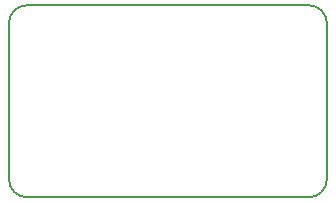
<source format=gm1>
G04 #@! TF.FileFunction,Profile,NP*
%FSLAX46Y46*%
G04 Gerber Fmt 4.6, Leading zero omitted, Abs format (unit mm)*
G04 Created by KiCad (PCBNEW 4.0.5) date 04/21/17 20:31:44*
%MOMM*%
%LPD*%
G01*
G04 APERTURE LIST*
%ADD10C,0.100000*%
%ADD11C,0.150000*%
G04 APERTURE END LIST*
D10*
D11*
X137134600Y-75044300D02*
G75*
G03X135610600Y-76568300I0J-1524000D01*
G01*
X162534600Y-76568300D02*
G75*
G03X161010600Y-75044300I-1524000J0D01*
G01*
X161010600Y-91300300D02*
G75*
G03X162534600Y-89776300I0J1524000D01*
G01*
X135610600Y-89776300D02*
G75*
G03X137134600Y-91300300I1524000J0D01*
G01*
X135610600Y-89776300D02*
X135610600Y-88252300D01*
X161010600Y-91300300D02*
X137134600Y-91300300D01*
X162534600Y-76568300D02*
X162534600Y-89776300D01*
X137134600Y-75044300D02*
X161010600Y-75044300D01*
X135610600Y-88252300D02*
X135610600Y-76568300D01*
M02*

</source>
